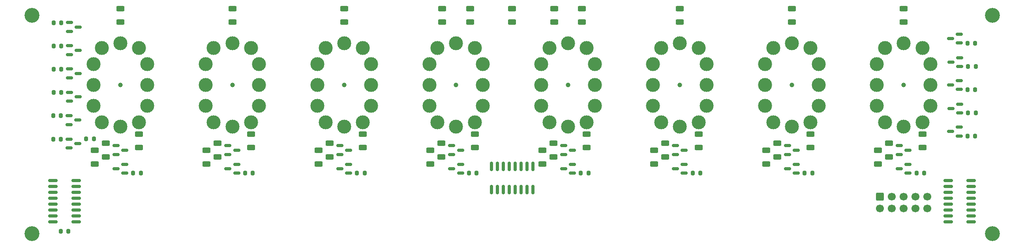
<source format=gbr>
%TF.GenerationSoftware,KiCad,Pcbnew,8.0.3*%
%TF.CreationDate,2024-07-12T14:04:41+12:00*%
%TF.ProjectId,nixie_board,6e697869-655f-4626-9f61-72642e6b6963,0.1.2*%
%TF.SameCoordinates,Original*%
%TF.FileFunction,Soldermask,Top*%
%TF.FilePolarity,Negative*%
%FSLAX46Y46*%
G04 Gerber Fmt 4.6, Leading zero omitted, Abs format (unit mm)*
G04 Created by KiCad (PCBNEW 8.0.3) date 2024-07-12 14:04:41*
%MOMM*%
%LPD*%
G01*
G04 APERTURE LIST*
G04 Aperture macros list*
%AMRoundRect*
0 Rectangle with rounded corners*
0 $1 Rounding radius*
0 $2 $3 $4 $5 $6 $7 $8 $9 X,Y pos of 4 corners*
0 Add a 4 corners polygon primitive as box body*
4,1,4,$2,$3,$4,$5,$6,$7,$8,$9,$2,$3,0*
0 Add four circle primitives for the rounded corners*
1,1,$1+$1,$2,$3*
1,1,$1+$1,$4,$5*
1,1,$1+$1,$6,$7*
1,1,$1+$1,$8,$9*
0 Add four rect primitives between the rounded corners*
20,1,$1+$1,$2,$3,$4,$5,0*
20,1,$1+$1,$4,$5,$6,$7,0*
20,1,$1+$1,$6,$7,$8,$9,0*
20,1,$1+$1,$8,$9,$2,$3,0*%
G04 Aperture macros list end*
%ADD10RoundRect,0.200000X-0.200000X-0.275000X0.200000X-0.275000X0.200000X0.275000X-0.200000X0.275000X0*%
%ADD11RoundRect,0.200000X0.200000X0.275000X-0.200000X0.275000X-0.200000X-0.275000X0.200000X-0.275000X0*%
%ADD12RoundRect,0.150000X-0.587500X-0.150000X0.587500X-0.150000X0.587500X0.150000X-0.587500X0.150000X0*%
%ADD13RoundRect,0.250000X0.625000X-0.312500X0.625000X0.312500X-0.625000X0.312500X-0.625000X-0.312500X0*%
%ADD14C,3.200000*%
%ADD15RoundRect,0.250000X-0.625000X0.312500X-0.625000X-0.312500X0.625000X-0.312500X0.625000X0.312500X0*%
%ADD16RoundRect,0.150000X0.587500X0.150000X-0.587500X0.150000X-0.587500X-0.150000X0.587500X-0.150000X0*%
%ADD17C,1.000000*%
%ADD18C,3.000000*%
%ADD19RoundRect,0.150000X0.825000X0.150000X-0.825000X0.150000X-0.825000X-0.150000X0.825000X-0.150000X0*%
%ADD20RoundRect,0.150000X0.150000X-0.825000X0.150000X0.825000X-0.150000X0.825000X-0.150000X-0.825000X0*%
%ADD21RoundRect,0.150000X-0.825000X-0.150000X0.825000X-0.150000X0.825000X0.150000X-0.825000X0.150000X0*%
%ADD22RoundRect,0.250000X-0.600000X0.600000X-0.600000X-0.600000X0.600000X-0.600000X0.600000X0.600000X0*%
%ADD23C,1.700000*%
G04 APERTURE END LIST*
D10*
%TO.C,R3*%
X54575000Y-86600000D03*
X56225000Y-86600000D03*
%TD*%
D11*
%TO.C,R32*%
X97387500Y-98950000D03*
X95737500Y-98950000D03*
%TD*%
D12*
%TO.C,Q14*%
X92062500Y-93050000D03*
X92062500Y-94950000D03*
X93937500Y-94000000D03*
%TD*%
D13*
%TO.C,R37*%
X137860000Y-95462500D03*
X137860000Y-92537500D03*
%TD*%
%TO.C,R23*%
X213000000Y-66462500D03*
X213000000Y-63537500D03*
%TD*%
D10*
%TO.C,R10*%
X54675000Y-66600000D03*
X56325000Y-66600000D03*
%TD*%
D14*
%TO.C,H3*%
X50000000Y-112000000D03*
%TD*%
D15*
%TO.C,R50*%
X207490000Y-94057500D03*
X207490000Y-96982500D03*
%TD*%
D10*
%TO.C,R9*%
X54675000Y-71600000D03*
X56325000Y-71600000D03*
%TD*%
D11*
%TO.C,R28*%
X73387500Y-98950000D03*
X71737500Y-98950000D03*
%TD*%
D16*
%TO.C,Q15*%
X93937500Y-98950000D03*
X93937500Y-97050000D03*
X92062500Y-98000000D03*
%TD*%
D12*
%TO.C,Q11*%
X58000000Y-91650000D03*
X58000000Y-93550000D03*
X59875000Y-92600000D03*
%TD*%
D13*
%TO.C,R17*%
X162000000Y-66462500D03*
X162000000Y-63537500D03*
%TD*%
D11*
%TO.C,R22*%
X63300000Y-91600000D03*
X61650000Y-91600000D03*
%TD*%
D13*
%TO.C,R33*%
X113860000Y-95462500D03*
X113860000Y-92537500D03*
%TD*%
D17*
%TO.C,N1*%
X69000000Y-80000000D03*
D18*
X73000000Y-88000000D03*
X74750000Y-84500000D03*
X74750000Y-80000000D03*
X74750000Y-75500000D03*
X73000000Y-72000000D03*
X69000000Y-71000000D03*
X65000000Y-72000000D03*
X63250000Y-75500000D03*
X63250000Y-80000000D03*
X63250000Y-84500000D03*
X65000000Y-88000000D03*
X69000000Y-89000000D03*
%TD*%
D15*
%TO.C,R26*%
X63490000Y-94057500D03*
X63490000Y-96982500D03*
%TD*%
D19*
%TO.C,U1*%
X251475000Y-109445000D03*
X251475000Y-108175000D03*
X251475000Y-106905000D03*
X251475000Y-105635000D03*
X251475000Y-104365000D03*
X251475000Y-103095000D03*
X251475000Y-101825000D03*
X251475000Y-100555000D03*
X246525000Y-100555000D03*
X246525000Y-101825000D03*
X246525000Y-103095000D03*
X246525000Y-104365000D03*
X246525000Y-105635000D03*
X246525000Y-106905000D03*
X246525000Y-108175000D03*
X246525000Y-109445000D03*
%TD*%
D15*
%TO.C,R54*%
X231490000Y-94057500D03*
X231490000Y-96982500D03*
%TD*%
D13*
%TO.C,R51*%
X217000000Y-93462500D03*
X217000000Y-90537500D03*
%TD*%
D12*
%TO.C,Q18*%
X140062500Y-93050000D03*
X140062500Y-94950000D03*
X141937500Y-94000000D03*
%TD*%
D13*
%TO.C,R53*%
X233860000Y-95462500D03*
X233860000Y-92537500D03*
%TD*%
D12*
%TO.C,Q2*%
X58000000Y-86600000D03*
X58000000Y-88500000D03*
X59875000Y-87550000D03*
%TD*%
D13*
%TO.C,R21*%
X189000000Y-66462500D03*
X189000000Y-63537500D03*
%TD*%
D14*
%TO.C,H4*%
X256000000Y-112000000D03*
%TD*%
D10*
%TO.C,R4*%
X54675000Y-81600000D03*
X56325000Y-81600000D03*
%TD*%
D13*
%TO.C,R55*%
X241000000Y-93462500D03*
X241000000Y-90537500D03*
%TD*%
D12*
%TO.C,Q22*%
X188062500Y-93050000D03*
X188062500Y-94950000D03*
X189937500Y-94000000D03*
%TD*%
D17*
%TO.C,N8*%
X237000000Y-80000000D03*
D18*
X241000000Y-88000000D03*
X242750000Y-84500000D03*
X242750000Y-80000000D03*
X242750000Y-75500000D03*
X241000000Y-72000000D03*
X237000000Y-71000000D03*
X233000000Y-72000000D03*
X231250000Y-75500000D03*
X231250000Y-80000000D03*
X231250000Y-84500000D03*
X233000000Y-88000000D03*
X237000000Y-89000000D03*
%TD*%
D14*
%TO.C,H2*%
X256000000Y-65000000D03*
%TD*%
D17*
%TO.C,N2*%
X93000000Y-80000000D03*
D18*
X97000000Y-88000000D03*
X98750000Y-84500000D03*
X98750000Y-80000000D03*
X98750000Y-75500000D03*
X97000000Y-72000000D03*
X93000000Y-71000000D03*
X89000000Y-72000000D03*
X87250000Y-75500000D03*
X87250000Y-80000000D03*
X87250000Y-84500000D03*
X89000000Y-88000000D03*
X93000000Y-89000000D03*
%TD*%
D13*
%TO.C,R31*%
X97000000Y-93462500D03*
X97000000Y-90537500D03*
%TD*%
D17*
%TO.C,N3*%
X117000000Y-80000000D03*
D18*
X121000000Y-88000000D03*
X122750000Y-84500000D03*
X122750000Y-80000000D03*
X122750000Y-75500000D03*
X121000000Y-72000000D03*
X117000000Y-71000000D03*
X113000000Y-72000000D03*
X111250000Y-75500000D03*
X111250000Y-80000000D03*
X111250000Y-84500000D03*
X113000000Y-88000000D03*
X117000000Y-89000000D03*
%TD*%
D16*
%TO.C,Q21*%
X165937500Y-98950000D03*
X165937500Y-97050000D03*
X164062500Y-98000000D03*
%TD*%
D13*
%TO.C,R41*%
X161860000Y-95462500D03*
X161860000Y-92537500D03*
%TD*%
D17*
%TO.C,N4*%
X141000000Y-80000000D03*
D18*
X145000000Y-88000000D03*
X146750000Y-84500000D03*
X146750000Y-80000000D03*
X146750000Y-75500000D03*
X145000000Y-72000000D03*
X141000000Y-71000000D03*
X137000000Y-72000000D03*
X135250000Y-75500000D03*
X135250000Y-80000000D03*
X135250000Y-84500000D03*
X137000000Y-88000000D03*
X141000000Y-89000000D03*
%TD*%
D11*
%TO.C,R52*%
X217387500Y-98950000D03*
X215737500Y-98950000D03*
%TD*%
D10*
%TO.C,R8*%
X54675000Y-76600000D03*
X56325000Y-76600000D03*
%TD*%
D12*
%TO.C,Q4*%
X58062500Y-76550000D03*
X58062500Y-78450000D03*
X59937500Y-77500000D03*
%TD*%
D13*
%TO.C,R16*%
X153000000Y-66462500D03*
X153000000Y-63537500D03*
%TD*%
D16*
%TO.C,Q19*%
X141937500Y-98950000D03*
X141937500Y-97050000D03*
X140062500Y-98000000D03*
%TD*%
D14*
%TO.C,H1*%
X50000000Y-65000000D03*
%TD*%
D16*
%TO.C,Q23*%
X189937500Y-98950000D03*
X189937500Y-97050000D03*
X188062500Y-98000000D03*
%TD*%
D15*
%TO.C,R38*%
X135490000Y-94057500D03*
X135490000Y-96982500D03*
%TD*%
D13*
%TO.C,R18*%
X168000000Y-66462500D03*
X168000000Y-63537500D03*
%TD*%
D11*
%TO.C,R44*%
X169387500Y-98950000D03*
X167737500Y-98950000D03*
%TD*%
D20*
%TO.C,U2*%
X148555000Y-102475000D03*
X149825000Y-102475000D03*
X151095000Y-102475000D03*
X152365000Y-102475000D03*
X153635000Y-102475000D03*
X154905000Y-102475000D03*
X156175000Y-102475000D03*
X157445000Y-102475000D03*
X157445000Y-97525000D03*
X156175000Y-97525000D03*
X154905000Y-97525000D03*
X153635000Y-97525000D03*
X152365000Y-97525000D03*
X151095000Y-97525000D03*
X149825000Y-97525000D03*
X148555000Y-97525000D03*
%TD*%
D13*
%TO.C,R27*%
X73000000Y-93462500D03*
X73000000Y-90537500D03*
%TD*%
D11*
%TO.C,R15*%
X252325000Y-81000000D03*
X250675000Y-81000000D03*
%TD*%
%TO.C,R2*%
X252325000Y-91000000D03*
X250675000Y-91000000D03*
%TD*%
D13*
%TO.C,R47*%
X193000000Y-93462500D03*
X193000000Y-90537500D03*
%TD*%
D16*
%TO.C,Q17*%
X117937500Y-98950000D03*
X117937500Y-97050000D03*
X116062500Y-98000000D03*
%TD*%
D12*
%TO.C,Q16*%
X116062500Y-93050000D03*
X116062500Y-94950000D03*
X117937500Y-94000000D03*
%TD*%
D11*
%TO.C,R13*%
X252325000Y-71000000D03*
X250675000Y-71000000D03*
%TD*%
D13*
%TO.C,R7*%
X117000000Y-66462500D03*
X117000000Y-63537500D03*
%TD*%
D11*
%TO.C,R19*%
X252425000Y-86000000D03*
X250775000Y-86000000D03*
%TD*%
D13*
%TO.C,R25*%
X65860000Y-95462500D03*
X65860000Y-92537500D03*
%TD*%
D11*
%TO.C,R40*%
X145387500Y-98950000D03*
X143737500Y-98950000D03*
%TD*%
%TO.C,R36*%
X121387500Y-98950000D03*
X119737500Y-98950000D03*
%TD*%
D13*
%TO.C,R49*%
X209860000Y-95462500D03*
X209860000Y-92537500D03*
%TD*%
D12*
%TO.C,Q26*%
X236062500Y-93050000D03*
X236062500Y-94950000D03*
X237937500Y-94000000D03*
%TD*%
%TO.C,Q3*%
X58062500Y-81550000D03*
X58062500Y-83450000D03*
X59937500Y-82500000D03*
%TD*%
D13*
%TO.C,R12*%
X144000000Y-66462500D03*
X144000000Y-63537500D03*
%TD*%
%TO.C,R39*%
X145000000Y-93462500D03*
X145000000Y-90537500D03*
%TD*%
D12*
%TO.C,Q20*%
X164062500Y-93050000D03*
X164062500Y-94950000D03*
X165937500Y-94000000D03*
%TD*%
D11*
%TO.C,R56*%
X241387500Y-98950000D03*
X239737500Y-98950000D03*
%TD*%
D17*
%TO.C,N7*%
X213000000Y-80000000D03*
D18*
X217000000Y-88000000D03*
X218750000Y-84500000D03*
X218750000Y-80000000D03*
X218750000Y-75500000D03*
X217000000Y-72000000D03*
X213000000Y-71000000D03*
X209000000Y-72000000D03*
X207250000Y-75500000D03*
X207250000Y-80000000D03*
X207250000Y-84500000D03*
X209000000Y-88000000D03*
X213000000Y-89000000D03*
%TD*%
D16*
%TO.C,Q9*%
X248937500Y-80950000D03*
X248937500Y-79050000D03*
X247062500Y-80000000D03*
%TD*%
%TO.C,Q8*%
X249000000Y-76000000D03*
X249000000Y-74100000D03*
X247125000Y-75050000D03*
%TD*%
D15*
%TO.C,R30*%
X87490000Y-94057500D03*
X87490000Y-96982500D03*
%TD*%
%TO.C,R34*%
X111490000Y-94057500D03*
X111490000Y-96982500D03*
%TD*%
D10*
%TO.C,R20*%
X54575000Y-91700000D03*
X56225000Y-91700000D03*
%TD*%
D17*
%TO.C,N5*%
X165000000Y-80000000D03*
D18*
X169000000Y-88000000D03*
X170750000Y-84500000D03*
X170750000Y-80000000D03*
X170750000Y-75500000D03*
X169000000Y-72000000D03*
X165000000Y-71000000D03*
X161000000Y-72000000D03*
X159250000Y-75500000D03*
X159250000Y-80000000D03*
X159250000Y-84500000D03*
X161000000Y-88000000D03*
X165000000Y-89000000D03*
%TD*%
D13*
%TO.C,R43*%
X169000000Y-93462500D03*
X169000000Y-90537500D03*
%TD*%
D12*
%TO.C,Q12*%
X68062500Y-93050000D03*
X68062500Y-94950000D03*
X69937500Y-94000000D03*
%TD*%
%TO.C,Q6*%
X58062500Y-66550000D03*
X58062500Y-68450000D03*
X59937500Y-67500000D03*
%TD*%
D13*
%TO.C,R35*%
X121000000Y-93462500D03*
X121000000Y-90537500D03*
%TD*%
D16*
%TO.C,Q25*%
X213937500Y-98950000D03*
X213937500Y-97050000D03*
X212062500Y-98000000D03*
%TD*%
D11*
%TO.C,R48*%
X193387500Y-98950000D03*
X191737500Y-98950000D03*
%TD*%
D16*
%TO.C,Q7*%
X248937500Y-70950000D03*
X248937500Y-69050000D03*
X247062500Y-70000000D03*
%TD*%
%TO.C,Q13*%
X69937500Y-98950000D03*
X69937500Y-97050000D03*
X68062500Y-98000000D03*
%TD*%
D13*
%TO.C,R5*%
X69000000Y-66462500D03*
X69000000Y-63537500D03*
%TD*%
%TO.C,R24*%
X237000000Y-66462500D03*
X237000000Y-63537500D03*
%TD*%
D10*
%TO.C,R1*%
X56175000Y-111500000D03*
X57825000Y-111500000D03*
%TD*%
D13*
%TO.C,R11*%
X138000000Y-66462500D03*
X138000000Y-63537500D03*
%TD*%
D12*
%TO.C,Q5*%
X58062500Y-71550000D03*
X58062500Y-73450000D03*
X59937500Y-72500000D03*
%TD*%
D16*
%TO.C,Q10*%
X249000000Y-86000000D03*
X249000000Y-84100000D03*
X247125000Y-85050000D03*
%TD*%
D13*
%TO.C,R45*%
X185860000Y-95462500D03*
X185860000Y-92537500D03*
%TD*%
D16*
%TO.C,Q1*%
X248937500Y-90950000D03*
X248937500Y-89050000D03*
X247062500Y-90000000D03*
%TD*%
D21*
%TO.C,U3*%
X54525000Y-100555000D03*
X54525000Y-101825000D03*
X54525000Y-103095000D03*
X54525000Y-104365000D03*
X54525000Y-105635000D03*
X54525000Y-106905000D03*
X54525000Y-108175000D03*
X54525000Y-109445000D03*
X59475000Y-109445000D03*
X59475000Y-108175000D03*
X59475000Y-106905000D03*
X59475000Y-105635000D03*
X59475000Y-104365000D03*
X59475000Y-103095000D03*
X59475000Y-101825000D03*
X59475000Y-100555000D03*
%TD*%
D16*
%TO.C,Q27*%
X237937500Y-98950000D03*
X237937500Y-97050000D03*
X236062500Y-98000000D03*
%TD*%
D13*
%TO.C,R29*%
X89860000Y-95462500D03*
X89860000Y-92537500D03*
%TD*%
D12*
%TO.C,Q24*%
X212062500Y-93050000D03*
X212062500Y-94950000D03*
X213937500Y-94000000D03*
%TD*%
D13*
%TO.C,R6*%
X93000000Y-66462500D03*
X93000000Y-63537500D03*
%TD*%
D17*
%TO.C,N6*%
X189000000Y-80000000D03*
D18*
X193000000Y-88000000D03*
X194750000Y-84500000D03*
X194750000Y-80000000D03*
X194750000Y-75500000D03*
X193000000Y-72000000D03*
X189000000Y-71000000D03*
X185000000Y-72000000D03*
X183250000Y-75500000D03*
X183250000Y-80000000D03*
X183250000Y-84500000D03*
X185000000Y-88000000D03*
X189000000Y-89000000D03*
%TD*%
D15*
%TO.C,R46*%
X183490000Y-94057500D03*
X183490000Y-96982500D03*
%TD*%
%TO.C,R42*%
X159490000Y-94057500D03*
X159490000Y-96982500D03*
%TD*%
D11*
%TO.C,R14*%
X252425000Y-76000000D03*
X250775000Y-76000000D03*
%TD*%
D22*
%TO.C,J1*%
X231920000Y-104000000D03*
D23*
X231920000Y-106540000D03*
X234460000Y-104000000D03*
X234460000Y-106540000D03*
X237000000Y-104000000D03*
X237000000Y-106540000D03*
X239540000Y-104000000D03*
X239540000Y-106540000D03*
X242080000Y-104000000D03*
X242080000Y-106540000D03*
%TD*%
M02*

</source>
